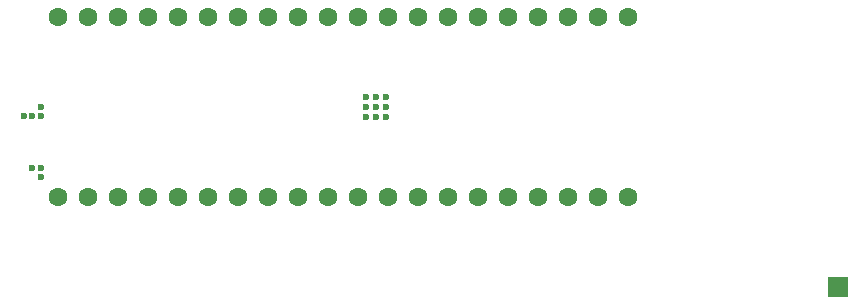
<source format=gbs>
%TF.GenerationSoftware,KiCad,Pcbnew,9.0.1*%
%TF.CreationDate,2025-10-13T15:59:10-06:00*%
%TF.ProjectId,inconsole,696e636f-6e73-46f6-9c65-2e6b69636164,rev?*%
%TF.SameCoordinates,Original*%
%TF.FileFunction,Soldermask,Bot*%
%TF.FilePolarity,Negative*%
%FSLAX46Y46*%
G04 Gerber Fmt 4.6, Leading zero omitted, Abs format (unit mm)*
G04 Created by KiCad (PCBNEW 9.0.1) date 2025-10-13 15:59:10*
%MOMM*%
%LPD*%
G01*
G04 APERTURE LIST*
%ADD10C,0.600000*%
%ADD11R,1.700000X1.700000*%
%ADD12C,1.600000*%
G04 APERTURE END LIST*
D10*
%TO.C,J1*%
X74780000Y-121920000D03*
X74780000Y-122720000D03*
X74080000Y-122720000D03*
X73380000Y-122720000D03*
X74780000Y-127120000D03*
X74080000Y-127120000D03*
X74780000Y-127870000D03*
%TD*%
%TO.C,U8*%
X102280000Y-122770000D03*
X103130000Y-122770000D03*
X103980000Y-122770000D03*
X102280000Y-121920000D03*
X103130000Y-121920000D03*
X103980000Y-121920000D03*
X102280000Y-121070000D03*
X103130000Y-121070000D03*
X103980000Y-121070000D03*
%TD*%
D11*
%TO.C,J3*%
X142240000Y-137160000D03*
%TD*%
D12*
%TO.C,U1*%
X76199999Y-114300000D03*
X78739999Y-114300000D03*
X81279999Y-114300000D03*
X83819999Y-114300000D03*
X86359999Y-114300000D03*
X88899999Y-114300000D03*
X91439999Y-114300000D03*
X93979999Y-114300000D03*
X96519999Y-114300000D03*
X99059999Y-114300000D03*
X101599999Y-114300000D03*
X104139999Y-114300000D03*
X106679999Y-114300000D03*
X109219999Y-114300000D03*
X111759999Y-114300000D03*
X114299999Y-114300000D03*
X116839999Y-114300000D03*
X119379999Y-114300000D03*
X121919999Y-114300000D03*
X124459999Y-114300000D03*
X124459999Y-129540000D03*
X121919999Y-129540000D03*
X119379999Y-129540000D03*
X116839999Y-129540000D03*
X114299999Y-129540000D03*
X111759999Y-129540000D03*
X109219999Y-129540000D03*
X106679999Y-129540000D03*
X104139999Y-129540000D03*
X101599999Y-129540000D03*
X99059999Y-129540000D03*
X96519999Y-129540000D03*
X93979999Y-129540000D03*
X91439999Y-129540000D03*
X88899999Y-129540000D03*
X86359999Y-129540000D03*
X83819999Y-129540000D03*
X81279999Y-129540000D03*
X78739999Y-129540000D03*
X76199999Y-129540000D03*
%TD*%
M02*

</source>
